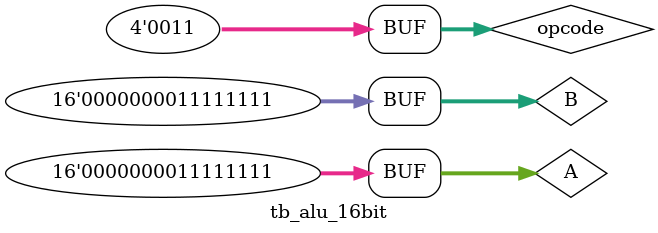
<source format=v>

`timescale 1ns / 1ps


module tb_alu_16bit();
    reg [3:0] opcode;
    wire C,V,Z,E;
    reg [15:0] A,B;        // reg for the inputs
    wire [15:0] result;    // wire for the outputs
    
    alu_16bit U1(
        .A(A),
        .B(B),
        .result(result),
        .status({C,V,Z,E}),
        .opcode(opcode)
    );
    
    initial begin
        A <= 5;
        B <= 3;
        #10;
        #10 opcode <= 0; // Try all the opcodes and hope it works
        #10 opcode <= 1;
        #10 opcode <= 2;
        #10 opcode <= 3;
        
        #10;
        A <= 16'h0003;
        B <= 16'h0007;
        #10 opcode <= 0;
        #10 opcode <= 1;
        #10 opcode <= 2;
        #10 opcode <= 3;
        
        #10;
        A <= 16'h0003;
        B <= 16'h000B;
        #10 opcode <= 0;
        #10 opcode <= 1;
        #10 opcode <= 2;
        #10 opcode <= 3; // raises the 'E' flag
        
        #10;
        A <= 16'h8001;
        B <= 16'h8001;
        #10 opcode <= 0;
        #10 opcode <= 1; // raises the 'Z' flag
        #10 opcode <= 2;
        #10 opcode <= 3;
        
        #10;
        A <= 16'hAA00;
        B <= 16'hAA00;
        #10 opcode <= 0; // raises the 'C' flag
        #10 opcode <= 1;
        #10 opcode <= 2;
        #10 opcode <= 3;
        
        #10;
        A <= 16'h00FF;
        B <= 16'h00FF;
        #10 opcode <= 0;
        #10 opcode <= 1;
        #10 opcode <= 2;
        #10 opcode <= 3;
    end
endmodule


</source>
